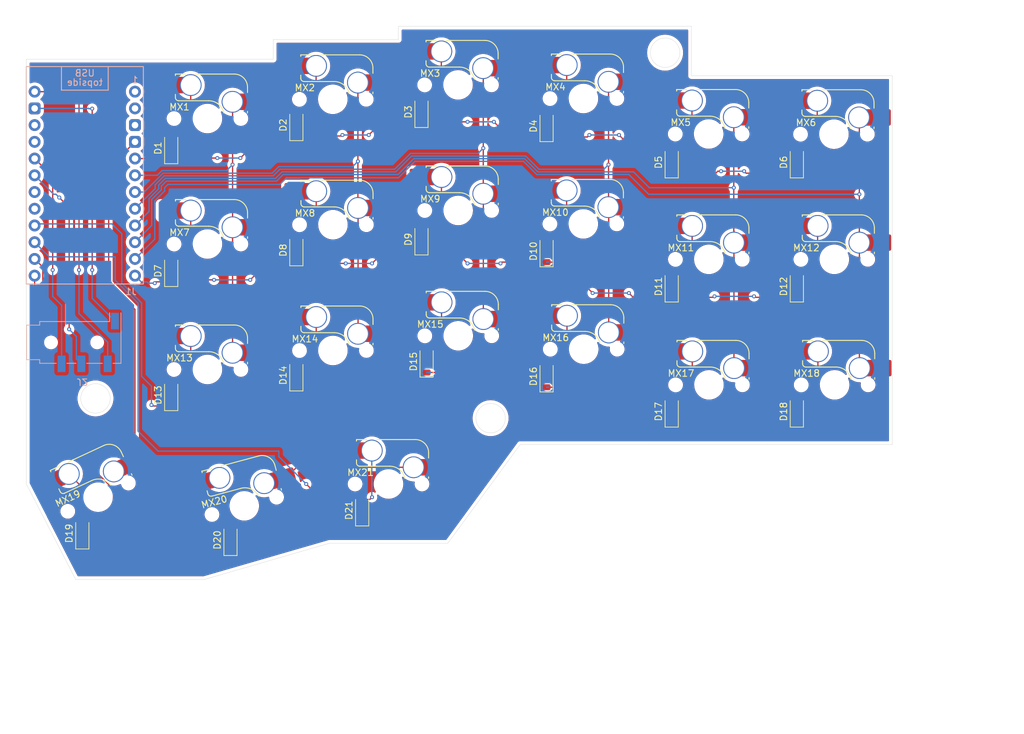
<source format=kicad_pcb>
(kicad_pcb (version 20240108) (generator "pcbnew") (generator_version "8.0")
  (layers (0 "F.Cu" signal) (31 "B.Cu" signal) (34 "B.Paste" user) (35 "F.Paste" user) (36 "B.SilkS" user "B.Silkscreen") (37 "F.SilkS" user "F.Silkscreen") (38 "B.Mask" user) (39 "F.Mask" user) (44 "Edge.Cuts" user))
  (net 0 "")
  (net 1 "Net-(D1-A)")
  (net 2 "Net-(D2-A)")
  (net 3 "Net-(D3-A)")
  (net 4 "Net-(D4-A)")
  (net 5 "Net-(D5-A)")
  (net 6 "Net-(D6-A)")
  (net 7 "Net-(D7-A)")
  (net 8 "Net-(D8-A)")
  (net 9 "Net-(D9-A)")
  (net 10 "Net-(D10-A)")
  (net 11 "Net-(D11-A)")
  (net 12 "Net-(D12-A)")
  (net 13 "Net-(D13-A)")
  (net 14 "Net-(D14-A)")
  (net 15 "Net-(D15-A)")
  (net 16 "Net-(D16-A)")
  (net 17 "Net-(D17-A)")
  (net 18 "Net-(D18-A)")
  (net 19 "Net-(D19-A)")
  (net 20 "Net-(D20-A)")
  (net 21 "Net-(D21-A)")
  (net 25 "Net-(J1-Pin_14)")
  (net 28 "Net-(J1-Pin_17)")
  (net 30 "Net-(J1-Pin_18)")
  (net 31 "Net-(J1-Pin_13)")
  (net 33 "ROW0")
  (net 34 "ROW1")
  (net 35 "ROW2")
  (net 36 "COL0")
  (net 37 "COL1")
  (net 38 "COL2")
  (net 39 "COL3")
  (net 40 "COL4")
  (net 41 "COL5")
  (net 42 "M1OUT")
  (net 43 "M2OUT")
  (net 44 "M3OUT")
  (net 45 "MIN")
  (footprint "PCM_marbastlib-mx:SW_MX_HS_CPG151101S11_1u" (layer "F.Cu") (at 87.589379 67.491573)
    (property "Reference" "MX15")
    (property "Value" "MX_SW_HS")
  )
  (footprint "PCM_marbastlib-mx:SW_MX_HS_CPG151101S11_1u" (layer "F.Cu") (at 49.504076 72.606322)
    (property "Reference" "MX13")
    (property "Value" "MX_SW_HS")
  )
  (footprint "PCM_marbastlib-mx:SW_MX_HS_CPG151101S11_1u" (layer "F.Cu") (at 125.6638 74.940431)
    (property "Reference" "MX17")
    (property "Value" "MX_SW_HS")
  )
  (footprint "PCM_marbastlib-mx:SW_MX_HS_CPG151101S11_1u" (layer "F.Cu") (at 68.558986 69.722406)
    (property "Reference" "MX14")
    (property "Value" "MX_SW_HS")
  )
  (footprint "Diode_SMD:D_SOD-123" (layer "F.Cu") (at 139 60 90)
    (property "Reference" "D12")
    (property "Value" "D_Small")
  )
  (footprint "PCM_marbastlib-mx:SW_MX_HS_CPG151101S11_1u" (layer "F.Cu") (at 106.58 50.5)
    (property "Reference" "MX10")
    (property "Value" "MX_SW_HS")
  )
  (footprint "PCM_marbastlib-mx:SW_MX_HS_CPG151101S11_1u" (layer "F.Cu") (at 68.54 31.58)
    (property "Reference" "MX2")
    (property "Value" "MX_SW_HS")
  )
  (footprint "PCM_marbastlib-mx:SW_MX_HS_CPG151101S11_1u" (layer "F.Cu") (at 125.643053 55.882512)
    (property "Reference" "MX11")
    (property "Value" "MX_SW_HS")
  )
  (footprint "Diode_SMD:D_SOD-123" (layer "F.Cu") (at 44 39 90)
    (property "Reference" "D1")
    (property "Value" "D_Small")
  )
  (footprint "Diode_SMD:D_SOD-123" (layer "F.Cu") (at 63 35.5 90)
    (property "Reference" "D2")
    (property "Value" "D_Small")
  )
  (footprint "PCM_marbastlib-mx:SW_MX_HS_CPG151101S11_1u" (layer "F.Cu") (at 106.640425 69.525279)
    (property "Reference" "MX16")
    (property "Value" "MX_SW_HS")
  )
  (footprint "Diode_SMD:D_SOD-123" (layer "F.Cu") (at 53 98.5 90)
    (property "Reference" "D20")
    (property "Value" "D_Small")
  )
  (footprint "Diode_SMD:D_SOD-123" (layer "F.Cu") (at 101 73.65 90)
    (property "Reference" "D16")
    (property "Value" "D_Small")
  )
  (footprint "PCM_marbastlib-mx:SW_MX_HS_CPG151101S11_1u" (layer "F.Cu") (at 144.744753 74.940431)
    (property "Reference" "MX18")
    (property "Value" "MX_SW_HS")
  )
  (footprint "Diode_SMD:D_SOD-123" (layer "F.Cu") (at 44 57.65 90)
    (property "Reference" "D7")
    (property "Value" "D_Small")
  )
  (footprint "PCM_marbastlib-mx:SW_MX_HS_CPG151101S11_1u" (layer "F.Cu") (at 87.559586 29.388311)
    (property "Reference" "MX3")
    (property "Value" "MX_SW_HS")
  )
  (footprint "PCM_marbastlib-mx:SW_MX_HS_CPG151101S11_1u" (layer "F.Cu") (at 125.618458 36.844863)
    (property "Reference" "MX5")
    (property "Value" "MX_SW_HS")
  )
  (footprint "Diode_SMD:D_SOD-123" (layer "F.Cu") (at 101 54.65 90)
    (property "Reference" "D10")
    (property "Value" "D_Small")
  )
  (footprint "Diode_SMD:D_SOD-123" (layer "F.Cu") (at 63 73.5 90)
    (property "Reference" "D14")
    (property "Value" "D_Small")
  )
  (footprint "PCM_marbastlib-mx:SW_MX_HS_CPG151101S11_1u" (layer "F.Cu") (at 87.578105 48.458827)
    (property "Reference" "MX9")
    (property "Value" "MX_SW_HS")
  )
  (footprint "PCM_marbastlib-mx:SW_MX_HS_CPG151101S11_1u" (layer "F.Cu") (at 77 90)
    (property "Reference" "MX21")
    (property "Value" "MX_SW_HS")
  )
  (footprint "PCM_marbastlib-mx:SW_MX_HS_CPG151101S11_1u" (layer "F.Cu") (at 106.59732 31.461522)
    (property "Reference" "MX4")
    (property "Value" "MX_SW_HS")
  )
  (footprint "PCM_marbastlib-mx:SW_MX_HS_CPG151101S11_1u" (layer "F.Cu") (at 49.5 34.5)
    (property "Reference" "MX1")
    (property "Value" "MX_SW_HS")
  )
  (footprint "PCM_marbastlib-mx:SW_MX_HS_CPG151101S11_1u" (layer "F.Cu") (at 144.639597 36.874771)
    (property "Reference" "MX6")
    (property "Value" "MX_SW_HS")
  )
  (footprint "Diode_SMD:D_SOD-123" (layer "F.Cu") (at 82 33.5 90)
    (property "Reference" "D3")
    (property "Value" "D_Small")
  )
  (footprint "PCM_marbastlib-mx:SW_MX_HS_CPG151101S11_1u" (layer "F.Cu") (at 144.694099 55.882512)
    (property "Reference" "MX12")
    (property "Value" "MX_SW_HS")
  )
  (footprint "Diode_SMD:D_SOD-123" (layer "F.Cu") (at 73 94 90)
    (property "Reference" "D21")
    (property "Value" "D_Small")
  )
  (footprint "PCM_marbastlib-mx:SW_MX_HS_CPG151101S11_1u" (layer "F.Cu") (at 49.506488 53.556107)
    (property "Reference" "MX7")
    (property "Value" "MX_SW_HS")
  )
  (footprint "PCM_marbastlib-mx:SW_MX_HS_CPG151101S11_1u" (layer "F.Cu") (at 55.093097 93.314801 15)
    (property "Reference" "MX20")
    (property "Value" "MX_SW_HS")
  )
  (footprint "Diode_SMD:D_SOD-123" (layer "F.Cu") (at 101 35.65 90)
    (property "Reference" "D4")
    (property "Value" "D_Small")
  )
  (footprint "Diode_SMD:D_SOD-123" (layer "F.Cu") (at 139 79 90)
    (property "Reference" "D18")
    (property "Value" "D_Small")
  )
  (footprint "Diode_SMD:D_SOD-123" (layer "F.Cu") (at 30.5 97.5 90)
    (property "Reference" "D19")
    (property "Value" "D_Small")
  )
  (footprint "Diode_SMD:D_SOD-123" (layer "F.Cu") (at 44 76.5 90)
    (property "Reference" "D13")
    (property "Value" "D_Small")
  )
  (footprint "Diode_SMD:D_SOD-123" (layer "F.Cu") (at 82.782089 71.409564 90)
    (property "Reference" "D15")
    (property "Value" "D_Small")
  )
  (footprint "PCM_marbastlib-mx:SW_MX_HS_CPG151101S11_1u" (layer "F.Cu") (at 32.895956 92 25)
    (property "Reference" "MX19")
    (property "Value" "MX_SW_HS")
  )
  (footprint "Diode_SMD:D_SOD-123" (layer "F.Cu") (at 120 79 90)
    (property "Reference" "D17")
    (property "Value" "D_Small")
  )
  (footprint "Diode_SMD:D_SOD-123" (layer "F.Cu") (at 82 52.85 90)
    (property "Reference" "D9")
    (property "Value" "D_Small")
  )
  (footprint "Diode_SMD:D_SOD-123" (layer "F.Cu") (at 120 41.15 90)
    (property "Reference" "D5")
    (property "Value" "D_Small")
  )
  (footprint "Diode_SMD:D_SOD-123" (layer "F.Cu") (at 63 54.5 90)
    (property "Reference" "D8")
    (property "Value" "D_Small")
  )
  (footprint "PCM_marbastlib-mx:SW_MX_HS_CPG151101S11_1u" (layer "F.Cu") (at 68.562349 50.621895)
    (property "Reference" "MX8")
    (property "Value" "MX_SW_HS")
  )
  (footprint "Diode_SMD:D_SOD-123" (layer "F.Cu") (at 120 60 90)
    (property "Reference" "D11")
    (property "Value" "D_Small")
  )
  (footprint "Diode_SMD:D_SOD-123" (layer "F.Cu") (at 139 41.15 90)
    (property "Reference" "D6")
    (property "Value" "D_Small")
  )
  (footprint "PCM_marbastlib-xp-promicroish:ProMicro_USBup" (layer "B.Cu") (at 30.88 44.39 180)
    (property "Reference" "J1")
    (property "Value" "Conn_02x12_Top_Bottom")
  )
  (footprint "Connector_Audio:Jack_3.5mm_KoreanHropartsElec_PJ-320D-4A_Horizontal" (layer "B.Cu") (at 30.5 68.5)
    (property "Reference" "J2")
    (property "Value" "AudioJack4")
  )
  (gr_line (start 78.5 22.5) (end 60 22.5) (stroke (width 0.05)) (layer "Edge.Cuts"))
  (gr_line (start 59.5 22.5) (end 59.5 25.5) (stroke (width 0.05)) (layer "Edge.Cuts"))
  (gr_circle (center 32.5 77) (end 31.5 79) (stroke (width 0.05)) (fill none) (layer "Edge.Cuts"))
  (gr_line (start 40.5 25.5) (end 22 25.5) (stroke (width 0.05)) (layer "Edge.Cuts"))
  (gr_line (start 122.5 20.5) (end 123 20.5) (stroke (width 0.05)) (layer "Edge.Cuts"))
  (gr_line (start 97 84) (end 86 99) (stroke (width 0.05)) (layer "Edge.Cuts"))
  (gr_line (start 22 25.5) (end 22 90) (stroke (width 0.05)) (layer "Edge.Cuts"))
  (gr_circle (center 119 24.5) (end 118 26.5) (stroke (width 0.05)) (fill none) (layer "Edge.Cuts"))
  (gr_line (start 49 104.5) (end 68 99) (stroke (width 0.05)) (layer "Edge.Cuts"))
  (gr_line (start 116.5 84) (end 97 84) (stroke (width 0.05)) (layer "Edge.Cuts"))
  (gr_line (start 96.5 20.5) (end 78.5 20.5) (stroke (width 0.05)) (layer "Edge.Cuts"))
  (gr_line (start 96.5 20.5) (end 122.5 20.5) (stroke (width 0.05)) (layer "Edge.Cuts"))
  (gr_line (start 123 28) (end 153.5 28) (stroke (width 0.05)) (layer "Edge.Cuts"))
  (gr_line (start 123 20.5) (end 123 28) (stroke (width 0.05)) (layer "Edge.Cuts"))
  (gr_line (start 153.5 84) (end 153.5 28) (stroke (width 0.05)) (layer "Edge.Cuts"))
  (gr_line (start 22 90) (end 29.5 104.5) (stroke (width 0.05)) (layer "Edge.Cuts"))
  (gr_line (start 116.5 84) (end 134.5 84) (stroke (width 0.05)) (layer "Edge.Cuts"))
  (gr_line (start 68 99) (end 86 99) (stroke (width 0.05)) (layer "Edge.Cuts"))
  (gr_line (start 78.5 20.5) (end 78.5 22.5) (stroke (width 0.05)) (layer "Edge.Cuts"))
  (gr_line (start 29.5 104.5) (end 49 104.5) (stroke (width 0.05)) (layer "Edge.Cuts"))
  (gr_line (start 134.5 84) (end 153.5 84) (stroke (width 0.05)) (layer "Edge.Cuts"))
  (gr_line (start 60 22.5) (end 59.5 22.5) (stroke (width 0.05)) (layer "Edge.Cuts"))
  (gr_circle (center 92.5 80) (end 91.5 82) (stroke (width 0.05)) (fill none) (layer "Edge.Cuts"))
  (gr_line (start 59.5 25.5) (end 40.5 25.5) (stroke (width 0.05)) (layer "Edge.Cuts"))
  (segment (start 44 37.35) (end 46.96 34.39) (width 0.2) (layer "F.Cu") (net 1))
  (segment (start 46.96 34.39) (end 46.96 29.42) (width 0.2) (layer "F.Cu") (net 1))
  (segment (start 63 33.85) (end 66 30.85) (width 0.2) (layer "F.Cu") (net 2))
  (segment (start 66 30.85) (end 66 26.5) (width 0.2) (layer "F.Cu") (net 2))
  (segment (start 82 31.85) (end 85.019586 28.830414) (width 0.2) (layer "F.Cu") (net 3))
  (segment (start 85.019586 28.830414) (end 85.019586 24.308311) (width 0.2) (layer "F.Cu") (net 3))
  (segment (start 104.05732 30.686747) (end 104.05732 26.381522) (width 0.2) (layer "F.Cu") (net 4))
  (segment (start 101 33.744067) (end 104.05732 30.686747) (width 0.2) (layer "F.Cu") (net 4))
  (segment (start 101 34) (end 101 33.744067) (width 0.2) (layer "F.Cu") (net 4))
  (segment (start 120 39.5) (end 120 39.148546) (width 0.2) (layer "F.Cu") (net 5))
  (segment (start 120 39.148546) (end 123.078458 36.070088) (width 0.2) (layer "F.Cu") (net 5))
  (segment (start 123.078458 36.070088) (end 123.078458 31.764863) (width 0.2) (layer "F.Cu") (net 5))
  (segment (start 142.099597 36.400403) (end 142.099597 31.794771) (width 0.2) (layer "F.Cu") (net 6))
  (segment (start 139 39.5) (end 142.099597 36.400403) (width 0.2) (layer "F.Cu") (net 6))
  (segment (start 46.966488 53.033512) (end 46.966488 48.476107) (width 0.2) (layer "F.Cu") (net 7))
  (segment (start 44 56) (end 46.966488 53.033512) (width 0.2) (layer "F.Cu") (net 7))
  (segment (start 63 52.85) (end 66.022349 49.827651) (width 0.2) (layer "F.Cu") (net 8))
  (segment (start 66.022349 49.827651) (end 66.022349 45.541895) (width 0.2) (layer "F.Cu") (net 8))
  (segment (start 85.038105 47.684052) (end 85.038105 43.378827) (width 0.2) (layer "F.Cu") (net 9))
  (segment (start 82 51.2) (end 82 50.722157) (width 0.2) (layer "F.Cu") (net 9))
  (segment (start 82 50.722157) (end 85.038105 47.684052) (width 0.2) (layer "F.Cu") (net 9))
  (segment (start 85.038105 43.378827) (end 85.234205 43.574927) (width 0.2) (layer "B.Cu") (net 9))
  (segment (start 101 52.765225) (end 104.04 49.725225) (width 0.2) (layer "F.Cu") (net 10))
  (segment (start 104.04 49.725225) (end 104.04 45.42) (width 0.2) (layer "F.Cu") (net 10))
  (segment (start 101 53) (end 101 52.765225) (width 0.2) (layer "F.Cu") (net 10))
  (segment (start 123.103053 55.246947) (end 123.103053 50.802512) (width 0.2) (layer "F.Cu") (net 11))
  (segment (start 120 58.35) (end 123.103053 55.246947) (width 0.2) (layer "F.Cu") (net 11))
  (segment (start 142.154099 55.195901) (end 142.154099 50.802512) (width 0.2) (layer "F.Cu") (net 12))
  (segment (start 139 58.35) (end 142.154099 55.195901) (width 0.2) (layer "F.Cu") (net 12))
  (segment (start 45.65 74.85) (end 44 74.85) (width 0.2) (layer "F.Cu") (net 13))
  (segment (start 46.5 74.5) (end 46 74.5) (width 0.2) (layer "F.Cu") (net 13))
  (segment (start 46.964076 67.526322) (end 46.964076 74.035924) (width 0.2) (layer "F.Cu") (net 13))
  (segment (start 46.964076 74.035924) (end 46.5 74.5) (width 0.2) (layer "F.Cu") (net 13))
  (segment (start 46 74.5) (end 45.65 74.85) (width 0.2) (layer "F.Cu") (net 13))
  (segment (start 63 71.85) (end 63.6 71.85) (width 0.2) (layer "F.Cu") (net 14))
  (segment (start 63.6 71.85) (end 66.018986 69.431014) (width 0.2) (layer "F.Cu") (net 14))
  (segment (start 66.018986 69.431014) (end 66.018986 64.642406) (width 0.2) (layer "F.Cu") (net 14))
  (segment (start 82.782089 69.759564) (end 85.049379 67.492274) (width 0.2) (layer "F.Cu") (net 15))
  (segment (start 85.049379 67.492274) (end 85.049379 62.411573) (width 0.2) (layer "F.Cu") (net 15))
  (segment (start 104.100425 68.899575) (end 104.100425 64.445279) (width 0.2) (layer "F.Cu") (net 16))
  (segment (start 101 72) (end 104.100425 68.899575) (width 0.2) (layer "F.Cu") (net 16))
  (segment (start 123.1238 74.2262) (end 123.1238 69.860431) (width 0.2) (layer "F.Cu") (net 17))
  (segment (start 120 77.35) (end 123.1238 74.2262) (width 0.2) (layer "F.Cu") (net 17))
  (segment (start 142.204753 74.165656) (end 142.204753 69.860431) (width 0.2) (layer "F.Cu") (net 18))
  (segment (start 139 77.35) (end 139.020409 77.35) (width 0.2) (layer "F.Cu") (net 18))
  (segment (start 139.020409 77.35) (end 142.204753 74.165656) (width 0.2) (layer "F.Cu") (net 18))
  (segment (start 30.5 95.85) (end 30.5 90.522374) (width 0.2) (layer "F.Cu") (net 19))
  (segment (start 30.5 90.522374) (end 28.447033 88.469407) (width 0.2) (layer "F.Cu") (net 19))
  (segment (start 73 92.35) (end 74.15 92.35) (width 0.2) (layer "F.Cu") (net 21))
  (segment (start 74.15 92.35) (end 74.5 92) (width 0.2) (layer "F.Cu") (net 21))
  (via (at 74.5 92) (size 0.6) (drill 0.3) (layers "F.Cu" "B.Cu") (net 21))
  (segment (start 74.46 91.96) (end 74.5 92) (width 0.2) (layer "B.Cu") (net 21))
  (segment (start 74.46 84.92) (end 74.46 91.96) (width 0.2) (layer "B.Cu") (net 21))
  (segment (start 32 57.5) (end 32 56.5) (width 0.2) (layer "F.Cu") (net 25))
  (segment (start 32 56.5) (end 32 33) (width 0.2) (layer "F.Cu") (net 25))
  (via (at 32 33) (size 0.6) (drill 0.3) (layers "F.Cu" "B.Cu") (net 25))
  (via (at 32 57.5) (size 0.6) (drill 0.3) (layers "F.Cu" "B.Cu") (net 25))
  (segment (start 31.5 33) (end 31.46 32.96) (width 0.2) (layer "B.Cu") (net 25))
  (segment (start 32 33) (end 31.5 33) (width 0.2) (layer "B.Cu") (net 25))
  (segment (start 32 61.8) (end 32 61) (width 0.2) (layer "B.Cu") (net 25))
  (segment (start 35.45 65.25) (end 32 61.8) (width 0.2) (layer "B.Cu") (net 25))
  (segment (start 32 61) (end 32 57.5) (width 0.2) (layer "B.Cu") (net 25))
  (segment (start 31.46 32.96) (end 23.26 32.96) (width 0.2) (layer "B.Cu") (net 25))
  (segment (start 26 43.32) (end 23.26 40.58) (width 0.2) (layer "F.Cu") (net 28))
  (segment (start 26 57.5) (end 26 43.32) (width 0.2) (layer "F.Cu") (net 28))
  (via (at 26 57.5) (size 0.6) (drill 0.3) (layers "F.Cu" "B.Cu") (net 28))
  (segment (start 26 61.5) (end 26 57.5) (width 0.2) (layer "B.Cu") (net 28))
  (segment (start 27.35 71.75) (end 27.35 62.85) (width 0.2) (layer "B.Cu") (net 28))
  (segment (start 27.35 62.85) (end 26 61.5) (width 0.2) (layer "B.Cu") (net 28))
  (segment (start 28.5 66.5) (end 28.5 48) (width 0.2) (layer "F.Cu") (net 30))
  (segment (start 28.5 48) (end 27 46.5) (width 0.2) (layer "F.Cu") (net 30))
  (via (at 28.5 66.5) (size 0.6) (drill 0.3) (layers "F.Cu" "B.Cu") (net 30))
  (via (at 27 46.5) (size 0.6) (drill 0.3) (layers "F.Cu" "B.Cu") (net 30))
  (segment (start 26.5 46) (end 26.14 46) (width 0.2) (layer "B.Cu") (net 30))
  (segment (start 30.35 71.75) (end 29.6 71) (width 0.2) (layer "B.Cu") (net 30))
  (segment (start 29.6 67.6) (end 28.5 66.5) (width 0.2) (layer "B.Cu") (net 30))
  (segment (start 27 46.5) (end 26.5 46) (width 0.2) (layer "B.Cu") (net 30))
  (segment (start 29.6 71) (end 29.6 67.6) (width 0.2) (layer "B.Cu") (net 30))
  (segment (start 26.14 46) (end 23.26 43.12) (width 0.2) (layer "B.Cu") (net 30))
  (segment (start 29.42 30.42) (end 23.26 30.42) (width 0.2) (layer "F.Cu") (net 31))
  (segment (start 30 31) (end 29.42 30.42) (width 0.2) (layer "F.Cu") (net 31))
  (segment (start 30 57.5) (end 30 31) (width 0.2) (layer "F.Cu") (net 31))
  (via (at 30 57.5) (size 0.6) (drill 0.3) (layers "F.Cu" "B.Cu") (net 31))
  (segment (start 30 60.5) (end 30 57.5) (width 0.2) (layer "B.Cu") (net 31))
  (segment (start 30 64.123654) (end 30 61) (width 0.2) (layer "B.Cu") (net 31))
  (segment (start 34.35 68.473654) (end 30 64.123654) (width 0.2) (layer "B.Cu") (net 31))
  (segment (start 30 61) (end 30 60.5) (width 0.2) (layer "B.Cu") (net 31))
  (segment (start 34.35 71.75) (end 34.35 68.473654) (width 0.2) (layer "B.Cu") (net 31))
  (segment (start 117.8 42.8) (end 112 37) (width 0.2) (layer "F.Cu") (net 33))
  (segment (start 49.85 40.65) (end 44 40.65) (width 0.2) (layer "F.Cu") (net 33))
  (segment (start 75.85 35.15) (end 74 37) (width 0.2) (layer "F.Cu") (net 33))
  (segment (start 127 42.5) (end 126.7 42.8) (width 0.2) (layer "F.Cu") (net 33))
  (segment (start 51 40.5) (end 50 40.5) (width 0.2) (layer "F.Cu") (net 33))
  (segment (start 70 37) (end 69.85 37.15) (width 0.2) (layer "F.Cu") (net 33))
  (segment (start 69.85 37.15) (end 63 37.15) (width 0.2) (layer "F.Cu") (net 33))
  (segment (start 101 37.3) (end 95.3 37.3) (width 0.2) (layer "F.Cu") (net 33))
  (segment (start 107.2 37.3) (end 101 37.3) (width 0.2) (layer "F.Cu") (net 33))
  (segment (start 126.7 42.8) (end 120 42.8) (width 0.2) (layer "F.Cu") (net 33))
  (segment (start 50 40.5) (end 49.85 40.65) (width 0.2) (layer "F.Cu") (net 33))
  (segment (start 131.3 42.8) (end 131 42.5) (width 0.2) (layer "F.Cu") (net 33))
  (segment (start 44 40.65) (end 43.65 40.65) (width 0.2) (layer "F.Cu") (net 33))
  (segment (start 139 42.8) (end 131.3 42.8) (width 0.2) (layer "F.Cu") (net 33))
  (segment (start 43.58 40.58) (end 38.5 40.58) (width 0.2) (layer "F.Cu") (net 33))
  (segment (start 43.65 40.65) (end 43.58 40.58) (width 0.2) (layer "F.Cu") (net 33))
  (segment (start 87.85 35.15) (end 82 35.15) (width 0.2) (layer "F.Cu") (net 33))
  (segment (start 63 37.15) (end 57.85 37.15) (width 0.2) (layer "F.Cu") (net 33))
  (segment (start 107.5 37) (end 107.2 37.3) (width 0.2) (layer "F.Cu") (net 33))
  (segment (start 95.3 37.3) (end 93 35) (width 0.2) (layer "F.Cu") (net 33))
  (segment (start 57.85 37.15) (end 54.5 40.5) (width 0.2) (layer "F.Cu") (net 33))
  (segment (start 89 35) (end 88 35) (width 0.2) (layer "F.Cu") (net 33))
  (segment (start 88 35) (end 87.85 35.15) (width 0.2) (layer "F.Cu") (net 33))
  (segment (start 82 35.15) (end 75.85 35.15) (width 0.2) (layer "F.Cu") (net 33))
  (segment (start 120 42.8) (end 117.8 42.8) (width 0.2) (layer "F.Cu") (net 33))
  (segment (start 127.5 42.5) (end 127 42.5) (width 0.2) (layer "F.Cu") (net 33))
  (via (at 51 40.5) (size 0.6) (drill 0.3) (layers "F.Cu" "B.Cu") (net 33))
  (via (at 107.5 37) (size 0.6) (drill 0.3) (layers "F.Cu" "B.Cu") (net 33))
  (via (at 93 35) (size 0.6) (drill 0.3) (layers "F.Cu" "B.Cu") (net 33))
  (via (at 127.5 42.5) (size 0.6) (drill 0.3) (layers "F.Cu" "B.Cu") (net 33))
  (via (at 54.5 40.5) (size 0.6) (drill 0.3) (layers "F.Cu" "B.Cu") (net 33))
  (via (at 89 35) (size 0.6) (drill 0.3) (layers "F.Cu" "B.Cu") (net 33))
  (via (at 131 42.5) (size 0.6) (drill 0.3) (layers "F.Cu" "B.Cu") (net 33))
  (via (at 112 37) (size 0.6) (drill 0.3) (layers "F.Cu" "B.Cu") (net 33))
  (via (at 74 37) (size 0.6) (drill 0.3) (layers "F.Cu" "B.Cu") (net 33))
  (via (at 70 37) (size 0.6) (drill 0.3) (layers "F.Cu" "B.Cu") (net 33))
  (segment (start 131 42.5) (end 127.5 42.5) (width 0.2) (layer "B.Cu") (net 33))
  (segment (start 74 37) (end 70 37) (width 0.2) (layer "B.Cu") (net 33))
  (segment (start 53.5 40.5) (end 51 40.5) (width 0.2) (layer "B.Cu") (net 33))
  (segment (start 93 35) (end 89 35) (width 0.2) (layer "B.Cu") (net 33))
  (segment (start 54.5 40.5) (end 53.5 40.5) (width 0.2) (layer "B.Cu") (net 33))
  (segment (start 112 37) (end 107.5 37) (width 0.2) (layer "B.Cu") (net 33))
  (segment (start 76.5 54.5) (end 74.5 56.5) (width 0.2) (layer "F.Cu") (net 34))
  (segment (start 103.3 56.3) (end 101 56.3) (width 0.2) (layer "F.Cu") (net 34))
  (segment (start 132.65 61.65) (end 132.5 61.5) (width 0.2) (layer "F.Cu") (net 34))
  (segment (start 89 56.5) (end 87 54.5) (width 0.2) (layer "F.Cu") (net 34))
  (segment (start 50.5 59) (end 49.5 59) (width 0.2) (layer "F.Cu") (net 34))
  (segment (start 70.5 56.5) (end 69.5 56.5) (width 0.2) (layer "F.Cu") (net 34))
  (segment (start 44 59.3) (end 41.7 59.3) (width 0.2) (layer "F.Cu") (net 34))
  (segment (start 63 56.15) (end 58.85 56.15) (width 0.2) (layer "F.Cu") (net 34))
  (segment (start 49.5 59) (end 49.2 59.3) (width 0.2) (layer "F.Cu") (net 34))
  (segment (start 94.2 56.3) (end 94 56.5) (width 0.2) (layer "F.Cu") (net 34))
  (segment (start 126.35 61.65) (end 120 61.65) (width 0.2) (layer "F.Cu") (net 34))
  (segment (start 120 61.65) (end 114.15 61.65) (width 0.2) (layer "F.Cu") (net 34))
  (segment (start 82 54.5) (end 76.5 54.5) (width 0.2) (layer "F.Cu") (net 34))
  (segment (start 69.15 56.15) (end 63 56.15) (width 0.2) (layer "F.Cu") (net 34))
  (segment (start 126.5 61.5) (end 126.35 61.65) (width 0.2) (layer "F.Cu") (net 34))
  (segment (start 49.2 59.3) (end 44 59.3) (width 0.2) (layer "F.Cu") (net 34))
  (segment (start 108 61) (end 103.3 56.3) (width 0.2) (layer "F.Cu") (net 34))
  (segment (start 58.85 56.15) (end 56 59) (width 0.2) (layer "F.Cu") (net 34))
  (segment (start 41.7 59.3) (end 41.5 59.5) (width 0.2) (layer "F.Cu") (net 34))
  (segment (start 114.15 61.65) (end 113.5 61) (width 0.2) (layer "F.Cu") (net 34))
  (segment (start 69.5 56.5) (end 69.15 56.15) (width 0.2) (layer "F.Cu") (net 34))
  (segment (start 87 54.5) (end 82 54.5) (width 0.2) (layer "F.Cu") (net 34))
  (segment (start 101 56.3) (end 94.2 56.3) (width 0.2) (layer "F.Cu") (net 34))
  (segment (start 139 61.65) (end 132.65 61.65) (width 0.2) (layer "F.Cu") (net 34))
  (via (at 56 59) (size 0.6) (drill 0.3) (layers "F.Cu" "B.Cu") (net 34))
  (via (at 132.5 61.5) (size 0.6) (drill 0.3) (layers "F.Cu" "B.Cu") (net 34))
  (via (at 50.5 59) (size 0.6) (drill 0.3) (layers "F.Cu" "B.Cu") (net 34))
  (via (at 126.5 61.5) (size 0.6) (drill 0.3) (layers "F.Cu" "B.Cu") (net 34))
  (via (at 41.5 59.5) (size 0.6) (drill 0.3) (layers "F.Cu" "B.Cu") (net 34))
  (via (at 113.5 61) (size 0.6) (drill 0.3) (layers "F.Cu" "B.Cu") (net 34))
  (via (at 108 61) (size 0.6) (drill 0.3) (layers "F.Cu" "B.Cu") (net 34))
  (via (at 89 56.5) (size 0.6) (drill 0.3) (layers "F.Cu" "B.Cu") (net 34))
  (via (at 94 56.5) (size 0.6) (drill 0.3) (layers "F.Cu" "B.Cu") (net 34))
  (via (at 70.5 56.5) (size 0.6) (drill 0.3) (layers "F.Cu" "B.Cu") (net 34))
  (via (at 74.5 56.5) (size 0.6) (drill 0.3) (layers "F.Cu" "B.Cu") (net 34))
  (segment (start 112.5 61) (end 108 61) (width 0.2) (layer "B.Cu") (net 34))
  (segment (start 55 59) (end 50.5 59) (width 0.2) (layer "B.Cu") (net 34))
  (segment (start 40.3 59.3) (end 39.44 59.3) (width 0.2) (layer "B.Cu") (net 34))
  (segment (start 132.5 61.5) (end 126.5 61.5) (width 0.2) (layer "B.Cu") (net 34))
  (segment (start 74.5 56.5) (end 70.5 56.5) (width 0.2) (layer "B.Cu") (net 34))
  (segment (start 41.5 59.5) (end 40.5 59.5) (width 0.2) (layer "B.Cu") (net 34))
  (segment (start 39.44 59.3) (end 38.5 58.36) (width 0.2) (layer "B.Cu") (net 34))
  (segment (start 113.5 61) (end 112.5 61) (width 0.2) (layer "B.Cu") (net 34))
  (segment (start 56 59) (end 55 59) (width 0.2) (layer "B.Cu") (net 34))
  (segment (start 40.5 59.5) (end 40.3 59.3) (width 0.2) (layer "B.Cu") (net 34))
  (segment (start 94 56.5) (end 89 56.5) (width 0.2) (layer "B.Cu") (net 34))
  (segment (start 101 56.3) (end 101.3 56.3) (width 0.2) (layer "B.Cu") (net 34))
  (segment (start 65.090436 73.059564) (end 63 75.15) (width 0.2) (layer "F.Cu") (net 35))
  (segment (start 59.65 78.15) (end 44 78.15) (width 0.2) (layer "F.Cu") (net 35))
  (segment (start 100.8 75.3) (end 98.559564 73.059564) (width 0.2) (layer "F.Cu") (net 35))
  (segment (start 119.65 80.65) (end 114.3 75.3) (width 0.2) (layer "F.Cu") (net 35))
  (segment (start 101 75.3) (end 100.8 75.3) (width 0.2) (layer "F.Cu") (net 35))
  (segment (start 41 78) (end 41.15 78.15) (width 0.2) (layer "F.Cu") (net 35))
  (segment (start 120 80.65) (end 119.65 80.65) (width 0.2) (layer "F.Cu") (net 35))
  (segment (start 139 80.65) (end 120 80.65) (width 0.2) (layer "F.Cu") (net 35))
  (segment (start 63 75.15) (end 62.65 75.15) (width 0.2) (layer "F.Cu") (net 35))
  (segment (start 82.782089 73.059564) (end 65.090436 73.059564) (width 0.2) (layer "F.Cu") (net 35))
  (segment (start 114.3 75.3) (end 101 75.3) (width 0.2) (layer "F.Cu") (net 35))
  (segment (start 98.559564 73.059564) (end 82.782089 73.059564) (width 0.2) (layer "F.Cu") (net 35))
  (segment (start 41.15 78.15) (end 44 78.15) (width 0.2) (layer "F.Cu") (net 35))
  (segment (start 62.65 75.15) (end 59.65 78.15) (width 0.2) (layer "F.Cu") (net 35))
  (via (at 41 78) (size 0.6) (drill 0.3) (layers "F.Cu" "B.Cu") (net 35))
  (segment (start 82.782089 73.059564) (end 83.440436 73.059564) (width 0.2) (layer "B.Cu") (net 35))
  (segment (start 39.5 62.5) (end 39.5 73.65) (width 0.2) (layer "B.Cu") (net 35))
  (segment (start 36.5 52) (end 36.5 59.5) (width 0.2) (layer "B.Cu") (net 35))
  (segment (start 36.5 59.5) (end 39.5 62.5) (width 0.2) (layer "B.Cu") (net 35))
  (segment (start 101 75.3) (end 101.3 75.3) (width 0.2) (layer "B.Cu") (net 35))
  (segment (start 23.26 50.74) (end 23.5 50.5) (width 0.2) (layer "B.Cu") (net 35))
  (segment (start 35 50.5) (end 36.5 52) (width 0.2) (layer "B.Cu") (net 35))
  (segment (start 39.5 73.65) (end 41 75.15) (width 0.2) (layer "B.Cu") (net 35))
  (segment (start 41 75.15) (end 41 78) (width 0.2) (layer "B.Cu") (net 35))
  (segment (start 23.5 50.5) (end 35 50.5) (width 0.2) (layer "B.Cu") (net 35))
  (segment (start 53.316488 41.5) (end 53.316488 31.966488) (width 0.2) (layer "F.Cu") (net 36))
  (segment (start 53.314076 51.018519) (end 53.316488 51.016107) (width 0.2) (layer "F.Cu") (net 36))
  (segment (start 53.316488 51.016107) (end 53.316488 41.5) (width 0.2) (layer "F.Cu") (net 36))
  (segment (start 53.316488 31.966488) (end 53.31 31.96) (width 0.2) (layer "F.Cu") (net 36))
  (segment (start 53.314076 70.066322) (end 53.314076 51.018519) (width 0.2) (layer "F.Cu") (net 36))
  (via (at 53.316488 41.5) (size 0.6) (drill 0.3) (layers "F.Cu" "B.Cu") (net 36))
  (segment (start 38.5 43.12) (end 41.88 43.12) (width 0.2) (layer "B.Cu") (net 36))
  (segment (start 42.601474 42.398529) (end 52.417959 42.398529) (width 0.2) (layer "B.Cu") (net 36))
  (segment (start 41.88 43.12) (end 42.601474 42.398529) (width 0.2) (layer "B.Cu") (net 36))
  (segment (start 52.417959 42.398529) (end 53.316488 41.5) (width 0.2) (layer "B.Cu") (net 36))
  (segment (start 72.35 29.04) (end 72.35 41) (width 0.2) (layer "F.Cu") (net 37))
  (segment (start 72.35 41) (end 72.35 48.059546) (width 0.2) (layer "F.Cu") (net 37))
  (segment (start 72.372349 48.081895) (end 72.372349 67.179043) (width 0.2) (layer "F.Cu") (net 37))
  (segment (start 72.372349 67.179043) (end 72.368986 67.182406) (width 0.2) (layer "F.Cu") (net 37))
  (segment (start 72.35 48.059546) (end 72.372349 48.081895) (width 0.2) (layer "F.Cu") (net 37))
  (via (at 72.35 41) (size 0.6) (drill 0.3) (layers "F.Cu" "B.Cu") (net 37))
  (segment (start 71.55 41.8) (end 72.35 41) (width 0.2) (layer "B.Cu") (net 37))
  (segment (start 60.332844 41.8) (end 71.55 41.8) (width 0.2) (layer "B.Cu") (net 37))
  (segment (start 59.334314 42.798529) (end 60.332844 41.8) (width 0.2) (layer "B.Cu") (net 37))
  (segment (start 42.767159 42.798529) (end 59.334314 42.798529) (width 0.2) (layer "B.Cu") (net 37))
  (segment (start 39.905686 45.66) (end 42.767159 42.798529) (width 0.2) (layer "B.Cu") (net 37))
  (segment (start 38.5 45.66) (end 39.905686 45.66) (width 0.2) (layer "B.Cu") (net 37))
  (segment (start 91.388105 39) (end 91.388105 26.86683) (width 0.2) (layer "F.Cu") (net 38))
  (segment (start 91.388105 26.86683) (end 91.369586 26.848311) (width 0.2) (layer "F.Cu") (net 38))
  (segment (start 91.388105 45.918827) (end 91.388105 39) (width 0.2) (layer "F.Cu") (net 38))
  (segment (start 91.399379 45.930101) (end 91.388105 45.918827) (width 0.2) (layer "F.Cu") (net 38))
  (segment (start 91.399379 64.951573) (end 91.399379 45.930101) (width 0.2) (layer "F.Cu") (net 38))
  (via (at 91.388105 39) (size 0.6) (drill 0.3) (layers "F.Cu" "B.Cu") (net 38))
  (segment (start 80.334315 39.8) (end 90.588105 39.8) (width 0.2) (layer "B.Cu") (net 38))
  (segment (start 90.588105 39.8) (end 91.388105 39) (width 0.2) (layer "B.Cu") (net 38))
  (segment (start 42.932844 43.198529) (end 59.5 43.198529) (width 0.2) (layer "B.Cu") (net 38))
  (segment (start 60.498529 42.2) (end 77.934314 42.2) (width 0.2) (layer "B.Cu") (net 38))
  (segment (start 41.565686 45.134314) (end 41.565686 44.565686) (width 0.2) (layer "B.Cu") (net 38))
  (segment (start 59.5 43.198529) (end 60.498529 42.2) (width 0.2) (layer "B.Cu") (net 38))
  (segment (start 38.5 48.2) (end 41.565686 45.134314) (width 0.2) (layer "B.Cu") (net 38))
  (segment (start 77.934314 42.2) (end 80.334315 39.8) (width 0.2) (layer "B.Cu") (net 38))
  (segment (start 41.565686 44.565686) (end 42.932844 43.198529) (width 0.2) (layer "B.Cu") (net 38))
  (segment (start 110.435 48.005) (end 110.435 66.969854) (width 0.2) (layer "F.Cu") (net 39))
  (segment (start 110.40732 47.94268) (end 110.39 47.96) (width 0.2) (layer "F.Cu") (net 39))
  (segment (start 110.435 66.969854) (end 110.450425 66.985279) (width 0.2) (layer "F.Cu") (net 39))
  (segment (start 110.39 47.96) (end 110.435 48.005) (width 0.2) (layer "F.Cu") (net 39))
  (segment (start 110.40732 28.921522) (end 110.40732 41.5) (width 0.2) (layer "F.Cu") (net 39))
  (segment (start 110.40732 41.5) (end 110.40732 47.94268) (width 0.2) (layer "F.Cu") (net 39))
  (via (at 110.40732 41.5) (size 0.6) (drill 0.3) (layers "F.Cu" "B.Cu") (net 39))
  (segment (start 40.632843 46.632843) (end 42.098529 45.167157) (width 0.2) (layer "B.Cu") (net 39))
  (segment (start 78.1 42.6) (end 80.5 40.2) (width 0.2) (layer "B.Cu") (net 39))
  (segment (start 97.831372 40.2) (end 99.831372 42.2) (width 0.2) (layer "B.Cu") (net 39))
  (segment (start 43.098529 43.598529) (end 59.835785 43.598529) (width 0.2) (layer "B.Cu") (net 39))
  (segment (start 42.098529 45.167157) (end 42.098529 44.598529) (width 0.2) (layer "B.Cu") (net 39))
  (segment (start 109.70732 42.2) (end 110.40732 41.5) (width 0.2) (layer "B.Cu") (net 39))
  (segment (start 42.098529 44.598529) (end 43.098529 43.598529) (width 0.2) (layer "B.Cu") (net 39))
  (segment (start 99.831372 42.2) (end 109.70732 42.2) (width 0.2) (layer "B.Cu") (net 39))
  (segment (start 80.5 40.2) (end 97.831372 40.2) (width 0.2) (layer "B.Cu") (net 39))
  (segment (start 60.834315 42.6) (end 78.1 42.6) (width 0.2) (layer "B.Cu") (net 39))
  (segment (start 40.632843 48.607157) (end 40.632843 46.632843) (width 0.2) (layer "B.Cu") (net 39))
  (segment (start 38.5 50.74) (end 40.632843 48.607157) (width 0.2) (layer "B.Cu") (net 39))
  (segment (start 59.835785 43.598529) (end 60.834315 42.6) (width 0.2) (layer "B.Cu") (net 39))
  (segment (start 129.453053 53.342512) (end 129.453053 72.379684) (width 0.2) (layer "F.Cu") (net 40))
  (segment (start 129.453053 72.379684) (end 129.4738 72.400431) (width 0.2) (layer "F.Cu") (net 40))
  (segment (start 129.428458 45) (end 129.428458 51.492917) (width 0.2) (layer "F.Cu") (net 40))
  (segment (start 129.428458 51.492917) (end 129.453053 51.517512) (width 0.2) (layer "F.Cu") (net 40))
  (segment (start 129.428458 34.304863) (end 129.428458 45) (width 0.2) (layer "F.Cu") (net 40))
  (segment (start 129.453053 51.517512) (end 129.453053 53.342512) (width 0.2) (layer "F.Cu") (net 40))
  (via (at 129.428458 45) (size 0.6) (drill 0.3) (layers "F.Cu" "B.Cu") (net 40))
  (segment (start 38.5 53.28) (end 41.032843 50.747157) (width 0.2) (layer "B.Cu") (net 40))
  (segment (start 42.498529 44.764215) (end 43.262744 44) (width 0.2) (layer "B.Cu") (net 40))
  (segment (start 41.032843 50.747157) (end 41.032843 46.798529) (width 0.2) (layer "B.Cu") (net 40))
  (segment (start 116.592843 45) (end 129.428458 45) (width 0.2) (layer "B.Cu") (net 40))
  (segment (start 114.192843 42.6) (end 116.592843 45) (width 0.2) (layer "B.Cu") (net 40))
  (segment (start 61 43) (end 78.434314 43) (width 0.2) (layer "B.Cu") (net 40))
  (segment (start 78.434314 43) (end 80.834315 40.6) (width 0.2) (layer "B.Cu") (net 40))
  (segment (start 80.834315 40.6) (end 97.665686 40.6) (width 0.2) (layer "B.Cu") (net 40))
  (segment (start 99.665686 42.6) (end 114.192843 42.6) (width 0.2) (layer "B.Cu") (net 40))
  (segment (start 60 44) (end 61 43) (width 0.2) (layer "B.Cu") (net 40))
  (segment (start 43.262744 44) (end 60 44) (width 0.2) (layer "B.Cu") (net 40))
  (segment (start 97.665686 40.6) (end 99.665686 42.6) (width 0.2) (layer "B.Cu") (net 40))
  (segment (start 41.032843 46.798529) (end 42.498529 45.332843) (width 0.2) (layer "B.Cu") (net 40))
  (segment (start 42.498529 45.332843) (end 42.498529 44.764215) (width 0.2) (layer "B.Cu") (net 40))
  (segment (start 148.449597 34.334771) (end 148.494597 34.379771) (width 0.2) (layer "F.Cu") (net 41))
  (segment (start 148.494597 53.33301) (end 148.504099 53.342512) (width 0.2) (layer "F.Cu") (net 41))
  (segment (start 148.504099 53.342512) (end 148.504099 72.349777) (width 0.2) (layer "F.Cu") (net 41))
  (segment (start 148.494597 34.379771) (end 148.494597 46) (width 0.2) (layer "F.Cu") (net 41))
  (segment (start 148.504099 72.349777) (end 148.554753 72.400431) (width 0.2) (layer "F.Cu") (net 41))
  (segment (start 148.494597 46) (end 148.494597 53.33301) (width 0.2) (layer "F.Cu") (net 41))
  (via (at 148.494597 46) (size 0.6) (drill 0.3) (layers "F.Cu" "B.Cu") (net 41))
  (segment (start 99.5 43) (end 113.5 43) (width 0.2) (layer "B.Cu") (net 41))
  (segment (start 43 45) (end 43.5 44.5) (width 0.2) (layer "B.Cu") (net 41))
  (segment (start 97.5 41) (end 99.5 43) (width 0.2) (layer "B.Cu") (net 41))
  (segment (start 38.5 55.82) (end 41.5 52.82) (width 0.2) (layer "B.Cu") (net 41))
  (segment (start 78.5 43.5) (end 81 41) (width 0.2) (layer "B.Cu") (net 41))
  (segment (start 43.5 44.5) (end 60.5 44.5) (width 0.2) (layer "B.Cu") (net 41))
  (segment (start 113.5 43) (end 116.5 46) (width 0.2) (layer "B.Cu") (net 41))
  (segment (start 41.5 47) (end 43 45.5) (width 0.2) (layer "B.Cu") (net 41))
  (segment (start 60.5 44.5) (end 61.5 43.5) (width 0.2) (layer "B.Cu") (net 41))
  (segment (start 41.5 52.82) (end 41.5 47) (width 0.2) (layer "B.Cu") (net 41))
  (segment (start 61.5 43.5) (end 78.5 43.5) (width 0.2) (layer "B.Cu") (net 41))
  (segment (start 116.5 46) (end 148.494597 46) (width 0.2) (layer "B.Cu") (net 41))
  (segment (start 81 41) (end 97.5 41) (width 0.2) (layer "B.Cu") (net 41))
  (segment (start 43 45.5) (end 43 45) (width 0.2) (layer "B.Cu") (net 41))
  (segment (start 30.5 99.15) (end 24.493548 93.143548) (width 0.2) (layer "F.Cu") (net 42))
  (segment (start 24.493548 91.863849) (end 23.26 90.630301) (width 0.2) (layer "F.Cu") (net 42))
  (segment (start 23.26 90.630301) (end 23.26 58.36) (width 0.2) (layer "F.Cu") (net 42))
  (segment (start 24.493548 93.143548) (end 24.493548 91.863849) (width 0.2) (layer "F.Cu") (net 42))
  (segment (start 24.5 57.06) (end 23.26 55.82) (width 0.2) (layer "F.Cu") (net 43))
  (segment (start 44.5 94.65) (end 39.080018 94.65) (width 0.2) (layer "F.Cu") (net 43))
  (segment (start 24.5 80.069982) (end 24.5 57.06) (width 0.2) (layer "F.Cu") (net 43))
  (segment (start 53 100.15) (end 50 100.15) (width 0.2) (layer "F.Cu") (net 43))
  (segment (start 39.080018 94.65) (end 24.5 80.069982) (width 0.2) (layer "F.Cu") (net 43))
  (segment (start 50 100.15) (end 44.5 94.65) (width 0.2) (layer "F.Cu") (net 43))
  (segment (start 73 95.65) (end 70.15 95.65) (width 0.2) (layer "F.Cu") (net 44))
  (segment (start 70.15 95.65) (end 64.5 90) (width 0.2) (layer "F.Cu") (net 44))
  (via (at 64.5 90) (size 0.6) (drill 0.3) (layers "F.Cu" "B.Cu") (net 44))
  (segment (start 25.48 55.5) (end 23.26 53.28) (width 0.2) (layer "B.Cu") (net 44))
  (segment (start 64.5 90) (end 60.35 85.85) (width 0.2) (layer "B.Cu") (net 44))
  (segment (start 42 85) (end 38.967157 81.967157) (width 0.2) (layer "B.Cu") (net 44))
  (segment (start 35.5 55.5) (end 25.48 55.5) (width 0.2) (layer "B.Cu") (net 44))
  (segment (start 60.35 85) (end 42 85) (width 0.2) (layer "B.Cu") (net 44))
  (segment (start 60.35 85.85) (end 60.35 85) (width 0.2) (layer "B.Cu") (net 44))
  (segment (start 38.967157 81.967157) (end 38.967157 62.532843) (width 0.2) (layer "B.Cu") (net 44))
  (segment (start 35.5 59.065685) (end 35.5 55.5) (width 0.2) (layer "B.Cu") (net 44))
  (segment (start 38.967157 62.532843) (end 35.5 59.065685) (width 0.2) (layer "B.Cu") (net 44))
  (segment (start 61.544911 88.956441) (end 63.041352 87.46) (width 0.2) (layer "F.Cu") (net 45))
  (segment (start 38.492931 86.587508) (end 59.175978 86.587508) (width 0.2) (layer "F.Cu") (net 45))
  (segment (start 34.5 42.04) (end 38.5 38.04) (width 0.2) (layer "F.Cu") (net 45))
  (segment (start 38.492931 86.587508) (end 38.492931 63.492931) (width 0.2) (layer "F.Cu") (net 45))
  (segment (start 59.175978 86.587508) (end 61.544911 88.956441) (width 0.2) (layer "F.Cu") (net 45))
  (segment (start 34.5 59.5) (end 34.5 42.04) (width 0.2) (layer "F.Cu") (net 45))
  (segment (start 63.041352 87.46) (end 80.81 87.46) (width 0.2) (layer "F.Cu") (net 45))
  (segment (start 38.492931 63.492931) (end 34.5 59.5) (width 0.2) (layer "F.Cu") (net 45))
  (zone (net 0) (net_name "") (layers "F&B.Cu") (connect_pads (clearance 0.5)) (min_thickness 0.25) (fill yes (thermal_gap 0.5) (thermal_bridge_width 0.5) (island_removal_mode 1) (island_area_min 10))
    (polygon (pts (xy 18 19) (xy 20.5 113) (xy 173.5 106) (xy 169 16.5) (xy 18 17.5)))
  )
)
</source>
